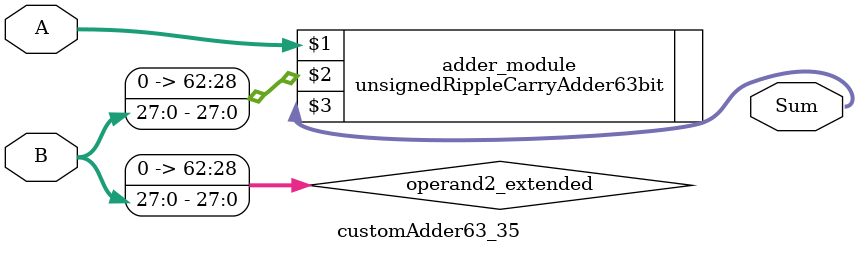
<source format=v>
module customAdder63_35(
                        input [62 : 0] A,
                        input [27 : 0] B,
                        
                        output [63 : 0] Sum
                );

        wire [62 : 0] operand2_extended;
        
        assign operand2_extended =  {35'b0, B};
        
        unsignedRippleCarryAdder63bit adder_module(
            A,
            operand2_extended,
            Sum
        );
        
        endmodule
        
</source>
